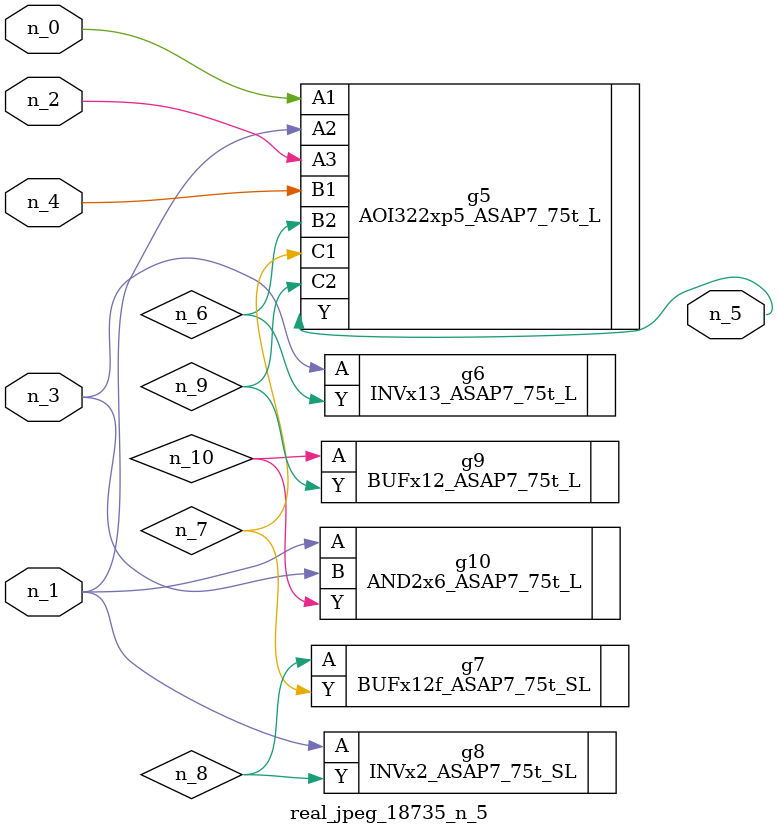
<source format=v>
module real_jpeg_18735_n_5 (n_4, n_0, n_1, n_2, n_3, n_5);

input n_4;
input n_0;
input n_1;
input n_2;
input n_3;

output n_5;

wire n_8;
wire n_6;
wire n_7;
wire n_10;
wire n_9;

AOI322xp5_ASAP7_75t_L g5 ( 
.A1(n_0),
.A2(n_1),
.A3(n_2),
.B1(n_4),
.B2(n_6),
.C1(n_7),
.C2(n_9),
.Y(n_5)
);

INVx2_ASAP7_75t_SL g8 ( 
.A(n_1),
.Y(n_8)
);

AND2x6_ASAP7_75t_L g10 ( 
.A(n_1),
.B(n_3),
.Y(n_10)
);

INVx13_ASAP7_75t_L g6 ( 
.A(n_3),
.Y(n_6)
);

BUFx12f_ASAP7_75t_SL g7 ( 
.A(n_8),
.Y(n_7)
);

BUFx12_ASAP7_75t_L g9 ( 
.A(n_10),
.Y(n_9)
);


endmodule
</source>
